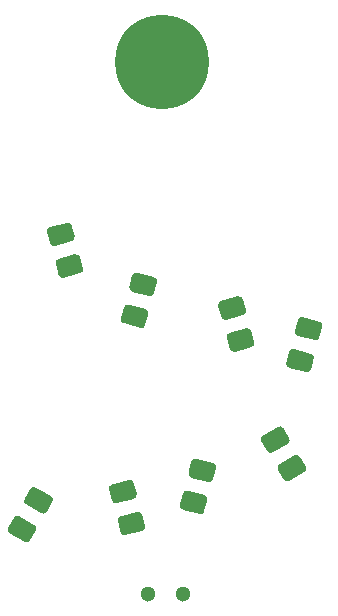
<source format=gts>
%TF.GenerationSoftware,KiCad,Pcbnew,(5.1.8)-1*%
%TF.CreationDate,2020-11-17T19:57:04-05:00*%
%TF.ProjectId,drawing,64726177-696e-4672-9e6b-696361645f70,rev?*%
%TF.SameCoordinates,Original*%
%TF.FileFunction,Soldermask,Top*%
%TF.FilePolarity,Negative*%
%FSLAX46Y46*%
G04 Gerber Fmt 4.6, Leading zero omitted, Abs format (unit mm)*
G04 Created by KiCad (PCBNEW (5.1.8)-1) date 2020-11-17 19:57:04*
%MOMM*%
%LPD*%
G01*
G04 APERTURE LIST*
%ADD10C,1.300000*%
%ADD11C,7.959524*%
G04 APERTURE END LIST*
%TO.C,D8*%
G36*
G01*
X-12267311Y-4274535D02*
X-13557689Y-3529535D01*
G75*
G02*
X-13678477Y-3078747I165000J285788D01*
G01*
X-13183477Y-2221381D01*
G75*
G02*
X-12732689Y-2100593I285788J-165000D01*
G01*
X-11442311Y-2845593D01*
G75*
G02*
X-11321523Y-3296381I-165000J-285788D01*
G01*
X-11816523Y-4153747D01*
G75*
G02*
X-12267311Y-4274535I-285788J165000D01*
G01*
G37*
G36*
G01*
X-13667311Y-6699407D02*
X-14957689Y-5954407D01*
G75*
G02*
X-15078477Y-5503619I165000J285788D01*
G01*
X-14583477Y-4646253D01*
G75*
G02*
X-14132689Y-4525465I285788J-165000D01*
G01*
X-12842311Y-5270465D01*
G75*
G02*
X-12721523Y-5721253I-165000J-285788D01*
G01*
X-13216523Y-6578619D01*
G75*
G02*
X-13667311Y-6699407I-285788J165000D01*
G01*
G37*
%TD*%
%TO.C,D7*%
G36*
G01*
X-4429207Y-3051773D02*
X-5868436Y-3437413D01*
G75*
G02*
X-6272602Y-3204067I-85410J318756D01*
G01*
X-6528833Y-2247801D01*
G75*
G02*
X-6295487Y-1843635I318756J85410D01*
G01*
X-4856258Y-1457995D01*
G75*
G02*
X-4452092Y-1691341I85410J-318756D01*
G01*
X-4195861Y-2647607D01*
G75*
G02*
X-4429207Y-3051773I-318756J-85410D01*
G01*
G37*
G36*
G01*
X-3704513Y-5756365D02*
X-5143742Y-6142005D01*
G75*
G02*
X-5547908Y-5908659I-85410J318756D01*
G01*
X-5804139Y-4952393D01*
G75*
G02*
X-5570793Y-4548227I318756J85410D01*
G01*
X-4131564Y-4162587D01*
G75*
G02*
X-3727398Y-4395933I85410J-318756D01*
G01*
X-3471167Y-5352199D01*
G75*
G02*
X-3704513Y-5756365I-318756J-85410D01*
G01*
G37*
%TD*%
D10*
%TO.C,SW1*%
X-3250000Y-11080000D03*
X-250000Y-11080000D03*
%TD*%
%TO.C,D6*%
G36*
G01*
X10868436Y10362587D02*
X9429207Y10748227D01*
G75*
G02*
X9195861Y11152393I85410J318756D01*
G01*
X9452092Y12108659D01*
G75*
G02*
X9856258Y12342005I318756J-85410D01*
G01*
X11295487Y11956365D01*
G75*
G02*
X11528833Y11552199I-85410J-318756D01*
G01*
X11272602Y10595933D01*
G75*
G02*
X10868436Y10362587I-318756J85410D01*
G01*
G37*
G36*
G01*
X10143742Y7657995D02*
X8704513Y8043635D01*
G75*
G02*
X8471167Y8447801I85410J318756D01*
G01*
X8727398Y9404067D01*
G75*
G02*
X9131564Y9637413I318756J-85410D01*
G01*
X10570793Y9251773D01*
G75*
G02*
X10804139Y8847607I-85410J-318756D01*
G01*
X10547908Y7891341D01*
G75*
G02*
X10143742Y7657995I-318756J85410D01*
G01*
G37*
%TD*%
%TO.C,D5*%
G36*
G01*
X1868436Y-1637413D02*
X429207Y-1251773D01*
G75*
G02*
X195861Y-847607I85410J318756D01*
G01*
X452092Y108659D01*
G75*
G02*
X856258Y342005I318756J-85410D01*
G01*
X2295487Y-43635D01*
G75*
G02*
X2528833Y-447801I-85410J-318756D01*
G01*
X2272602Y-1404067D01*
G75*
G02*
X1868436Y-1637413I-318756J85410D01*
G01*
G37*
G36*
G01*
X1143742Y-4342005D02*
X-295487Y-3956365D01*
G75*
G02*
X-528833Y-3552199I85410J318756D01*
G01*
X-272602Y-2595933D01*
G75*
G02*
X131564Y-2362587I318756J-85410D01*
G01*
X1570793Y-2748227D01*
G75*
G02*
X1804139Y-3152393I-85410J-318756D01*
G01*
X1547908Y-4108659D01*
G75*
G02*
X1143742Y-4342005I-318756J85410D01*
G01*
G37*
%TD*%
%TO.C,D4*%
G36*
G01*
X4820793Y12498227D02*
X3381564Y12112587D01*
G75*
G02*
X2977398Y12345933I-85410J318756D01*
G01*
X2721167Y13302199D01*
G75*
G02*
X2954513Y13706365I318756J85410D01*
G01*
X4393742Y14092005D01*
G75*
G02*
X4797908Y13858659I85410J-318756D01*
G01*
X5054139Y12902393D01*
G75*
G02*
X4820793Y12498227I-318756J-85410D01*
G01*
G37*
G36*
G01*
X5545487Y9793635D02*
X4106258Y9407995D01*
G75*
G02*
X3702092Y9641341I-85410J318756D01*
G01*
X3445861Y10597607D01*
G75*
G02*
X3679207Y11001773I318756J85410D01*
G01*
X5118436Y11387413D01*
G75*
G02*
X5522602Y11154067I85410J-318756D01*
G01*
X5778833Y10197801D01*
G75*
G02*
X5545487Y9793635I-318756J-85410D01*
G01*
G37*
%TD*%
%TO.C,D3*%
G36*
G01*
X8607689Y1620465D02*
X7317311Y875465D01*
G75*
G02*
X6866523Y996253I-165000J285788D01*
G01*
X6371523Y1853619D01*
G75*
G02*
X6492311Y2304407I285788J165000D01*
G01*
X7782689Y3049407D01*
G75*
G02*
X8233477Y2928619I165000J-285788D01*
G01*
X8728477Y2071253D01*
G75*
G02*
X8607689Y1620465I-285788J-165000D01*
G01*
G37*
G36*
G01*
X10007689Y-804407D02*
X8717311Y-1549407D01*
G75*
G02*
X8266523Y-1428619I-165000J285788D01*
G01*
X7771523Y-571253D01*
G75*
G02*
X7892311Y-120465I285788J165000D01*
G01*
X9182689Y624535D01*
G75*
G02*
X9633477Y503747I165000J-285788D01*
G01*
X10128477Y-353619D01*
G75*
G02*
X10007689Y-804407I-285788J-165000D01*
G01*
G37*
%TD*%
%TO.C,D2*%
G36*
G01*
X-3131564Y14112587D02*
X-4570793Y14498227D01*
G75*
G02*
X-4804139Y14902393I85410J318756D01*
G01*
X-4547908Y15858659D01*
G75*
G02*
X-4143742Y16092005I318756J-85410D01*
G01*
X-2704513Y15706365D01*
G75*
G02*
X-2471167Y15302199I-85410J-318756D01*
G01*
X-2727398Y14345933D01*
G75*
G02*
X-3131564Y14112587I-318756J85410D01*
G01*
G37*
G36*
G01*
X-3856258Y11407995D02*
X-5295487Y11793635D01*
G75*
G02*
X-5528833Y12197801I85410J318756D01*
G01*
X-5272602Y13154067D01*
G75*
G02*
X-4868436Y13387413I318756J-85410D01*
G01*
X-3429207Y13001773D01*
G75*
G02*
X-3195861Y12597607I-85410J-318756D01*
G01*
X-3452092Y11641341D01*
G75*
G02*
X-3856258Y11407995I-318756J85410D01*
G01*
G37*
%TD*%
%TO.C,D1*%
G36*
G01*
X-9679207Y18748227D02*
X-11118436Y18362587D01*
G75*
G02*
X-11522602Y18595933I-85410J318756D01*
G01*
X-11778833Y19552199D01*
G75*
G02*
X-11545487Y19956365I318756J85410D01*
G01*
X-10106258Y20342005D01*
G75*
G02*
X-9702092Y20108659I85410J-318756D01*
G01*
X-9445861Y19152393D01*
G75*
G02*
X-9679207Y18748227I-318756J-85410D01*
G01*
G37*
G36*
G01*
X-8954513Y16043635D02*
X-10393742Y15657995D01*
G75*
G02*
X-10797908Y15891341I-85410J318756D01*
G01*
X-11054139Y16847607D01*
G75*
G02*
X-10820793Y17251773I318756J85410D01*
G01*
X-9381564Y17637413D01*
G75*
G02*
X-8977398Y17404067I85410J-318756D01*
G01*
X-8721167Y16447801D01*
G75*
G02*
X-8954513Y16043635I-318756J-85410D01*
G01*
G37*
%TD*%
D11*
%TO.C,*%
X-2031151Y33936012D03*
%TD*%
M02*

</source>
